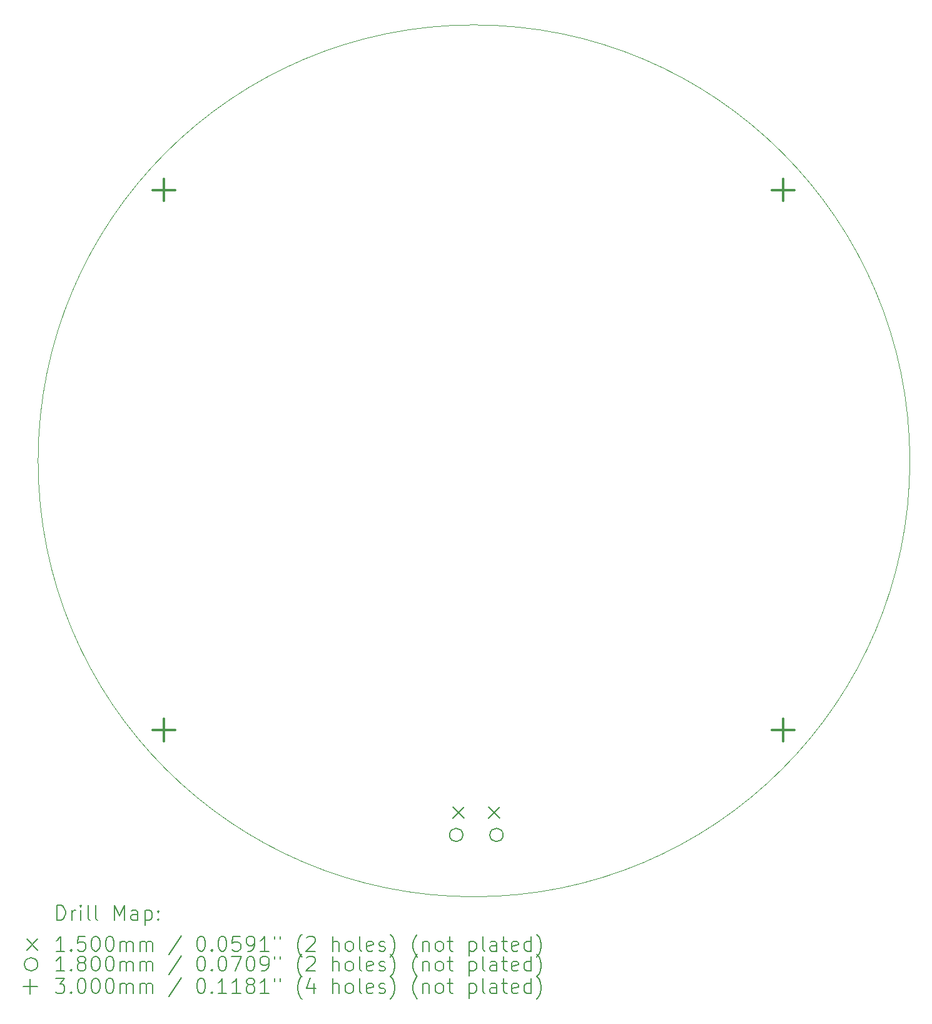
<source format=gbr>
%TF.GenerationSoftware,KiCad,Pcbnew,8.0.2*%
%TF.CreationDate,2024-09-20T16:54:03+02:00*%
%TF.ProjectId,liberocan1,6c696265-726f-4636-916e-312e6b696361,v1.2*%
%TF.SameCoordinates,Original*%
%TF.FileFunction,Drillmap*%
%TF.FilePolarity,Positive*%
%FSLAX45Y45*%
G04 Gerber Fmt 4.5, Leading zero omitted, Abs format (unit mm)*
G04 Created by KiCad (PCBNEW 8.0.2) date 2024-09-20 16:54:03*
%MOMM*%
%LPD*%
G01*
G04 APERTURE LIST*
%ADD10C,0.100000*%
%ADD11C,0.200000*%
%ADD12C,0.150000*%
%ADD13C,0.180000*%
%ADD14C,0.300000*%
G04 APERTURE END LIST*
D10*
X21081500Y-9436000D02*
G75*
G02*
X9281500Y-9436000I-5900000J0D01*
G01*
X9281500Y-9436000D02*
G75*
G02*
X21081500Y-9436000I5900000J0D01*
G01*
D11*
D12*
X14896000Y-14121500D02*
X15046000Y-14271500D01*
X15046000Y-14121500D02*
X14896000Y-14271500D01*
X15381000Y-14121500D02*
X15531000Y-14271500D01*
X15531000Y-14121500D02*
X15381000Y-14271500D01*
D13*
X15031000Y-14499500D02*
G75*
G02*
X14851000Y-14499500I-90000J0D01*
G01*
X14851000Y-14499500D02*
G75*
G02*
X15031000Y-14499500I90000J0D01*
G01*
X15576000Y-14499500D02*
G75*
G02*
X15396000Y-14499500I-90000J0D01*
G01*
X15396000Y-14499500D02*
G75*
G02*
X15576000Y-14499500I90000J0D01*
G01*
D14*
X10985500Y-5619000D02*
X10985500Y-5919000D01*
X10835500Y-5769000D02*
X11135500Y-5769000D01*
X10985500Y-12931000D02*
X10985500Y-13231000D01*
X10835500Y-13081000D02*
X11135500Y-13081000D01*
X19367500Y-5619000D02*
X19367500Y-5919000D01*
X19217500Y-5769000D02*
X19517500Y-5769000D01*
X19367500Y-12931000D02*
X19367500Y-13231000D01*
X19217500Y-13081000D02*
X19517500Y-13081000D01*
D11*
X9537277Y-15652484D02*
X9537277Y-15452484D01*
X9537277Y-15452484D02*
X9584896Y-15452484D01*
X9584896Y-15452484D02*
X9613467Y-15462008D01*
X9613467Y-15462008D02*
X9632515Y-15481055D01*
X9632515Y-15481055D02*
X9642039Y-15500103D01*
X9642039Y-15500103D02*
X9651563Y-15538198D01*
X9651563Y-15538198D02*
X9651563Y-15566769D01*
X9651563Y-15566769D02*
X9642039Y-15604865D01*
X9642039Y-15604865D02*
X9632515Y-15623912D01*
X9632515Y-15623912D02*
X9613467Y-15642960D01*
X9613467Y-15642960D02*
X9584896Y-15652484D01*
X9584896Y-15652484D02*
X9537277Y-15652484D01*
X9737277Y-15652484D02*
X9737277Y-15519150D01*
X9737277Y-15557246D02*
X9746801Y-15538198D01*
X9746801Y-15538198D02*
X9756324Y-15528674D01*
X9756324Y-15528674D02*
X9775372Y-15519150D01*
X9775372Y-15519150D02*
X9794420Y-15519150D01*
X9861086Y-15652484D02*
X9861086Y-15519150D01*
X9861086Y-15452484D02*
X9851563Y-15462008D01*
X9851563Y-15462008D02*
X9861086Y-15471531D01*
X9861086Y-15471531D02*
X9870610Y-15462008D01*
X9870610Y-15462008D02*
X9861086Y-15452484D01*
X9861086Y-15452484D02*
X9861086Y-15471531D01*
X9984896Y-15652484D02*
X9965848Y-15642960D01*
X9965848Y-15642960D02*
X9956324Y-15623912D01*
X9956324Y-15623912D02*
X9956324Y-15452484D01*
X10089658Y-15652484D02*
X10070610Y-15642960D01*
X10070610Y-15642960D02*
X10061086Y-15623912D01*
X10061086Y-15623912D02*
X10061086Y-15452484D01*
X10318229Y-15652484D02*
X10318229Y-15452484D01*
X10318229Y-15452484D02*
X10384896Y-15595341D01*
X10384896Y-15595341D02*
X10451563Y-15452484D01*
X10451563Y-15452484D02*
X10451563Y-15652484D01*
X10632515Y-15652484D02*
X10632515Y-15547722D01*
X10632515Y-15547722D02*
X10622991Y-15528674D01*
X10622991Y-15528674D02*
X10603944Y-15519150D01*
X10603944Y-15519150D02*
X10565848Y-15519150D01*
X10565848Y-15519150D02*
X10546801Y-15528674D01*
X10632515Y-15642960D02*
X10613467Y-15652484D01*
X10613467Y-15652484D02*
X10565848Y-15652484D01*
X10565848Y-15652484D02*
X10546801Y-15642960D01*
X10546801Y-15642960D02*
X10537277Y-15623912D01*
X10537277Y-15623912D02*
X10537277Y-15604865D01*
X10537277Y-15604865D02*
X10546801Y-15585817D01*
X10546801Y-15585817D02*
X10565848Y-15576293D01*
X10565848Y-15576293D02*
X10613467Y-15576293D01*
X10613467Y-15576293D02*
X10632515Y-15566769D01*
X10727753Y-15519150D02*
X10727753Y-15719150D01*
X10727753Y-15528674D02*
X10746801Y-15519150D01*
X10746801Y-15519150D02*
X10784896Y-15519150D01*
X10784896Y-15519150D02*
X10803944Y-15528674D01*
X10803944Y-15528674D02*
X10813467Y-15538198D01*
X10813467Y-15538198D02*
X10822991Y-15557246D01*
X10822991Y-15557246D02*
X10822991Y-15614388D01*
X10822991Y-15614388D02*
X10813467Y-15633436D01*
X10813467Y-15633436D02*
X10803944Y-15642960D01*
X10803944Y-15642960D02*
X10784896Y-15652484D01*
X10784896Y-15652484D02*
X10746801Y-15652484D01*
X10746801Y-15652484D02*
X10727753Y-15642960D01*
X10908705Y-15633436D02*
X10918229Y-15642960D01*
X10918229Y-15642960D02*
X10908705Y-15652484D01*
X10908705Y-15652484D02*
X10899182Y-15642960D01*
X10899182Y-15642960D02*
X10908705Y-15633436D01*
X10908705Y-15633436D02*
X10908705Y-15652484D01*
X10908705Y-15528674D02*
X10918229Y-15538198D01*
X10918229Y-15538198D02*
X10908705Y-15547722D01*
X10908705Y-15547722D02*
X10899182Y-15538198D01*
X10899182Y-15538198D02*
X10908705Y-15528674D01*
X10908705Y-15528674D02*
X10908705Y-15547722D01*
D12*
X9126500Y-15906000D02*
X9276500Y-16056000D01*
X9276500Y-15906000D02*
X9126500Y-16056000D01*
D11*
X9642039Y-16072484D02*
X9527753Y-16072484D01*
X9584896Y-16072484D02*
X9584896Y-15872484D01*
X9584896Y-15872484D02*
X9565848Y-15901055D01*
X9565848Y-15901055D02*
X9546801Y-15920103D01*
X9546801Y-15920103D02*
X9527753Y-15929627D01*
X9727753Y-16053436D02*
X9737277Y-16062960D01*
X9737277Y-16062960D02*
X9727753Y-16072484D01*
X9727753Y-16072484D02*
X9718229Y-16062960D01*
X9718229Y-16062960D02*
X9727753Y-16053436D01*
X9727753Y-16053436D02*
X9727753Y-16072484D01*
X9918229Y-15872484D02*
X9822991Y-15872484D01*
X9822991Y-15872484D02*
X9813467Y-15967722D01*
X9813467Y-15967722D02*
X9822991Y-15958198D01*
X9822991Y-15958198D02*
X9842039Y-15948674D01*
X9842039Y-15948674D02*
X9889658Y-15948674D01*
X9889658Y-15948674D02*
X9908705Y-15958198D01*
X9908705Y-15958198D02*
X9918229Y-15967722D01*
X9918229Y-15967722D02*
X9927753Y-15986769D01*
X9927753Y-15986769D02*
X9927753Y-16034388D01*
X9927753Y-16034388D02*
X9918229Y-16053436D01*
X9918229Y-16053436D02*
X9908705Y-16062960D01*
X9908705Y-16062960D02*
X9889658Y-16072484D01*
X9889658Y-16072484D02*
X9842039Y-16072484D01*
X9842039Y-16072484D02*
X9822991Y-16062960D01*
X9822991Y-16062960D02*
X9813467Y-16053436D01*
X10051563Y-15872484D02*
X10070610Y-15872484D01*
X10070610Y-15872484D02*
X10089658Y-15882008D01*
X10089658Y-15882008D02*
X10099182Y-15891531D01*
X10099182Y-15891531D02*
X10108705Y-15910579D01*
X10108705Y-15910579D02*
X10118229Y-15948674D01*
X10118229Y-15948674D02*
X10118229Y-15996293D01*
X10118229Y-15996293D02*
X10108705Y-16034388D01*
X10108705Y-16034388D02*
X10099182Y-16053436D01*
X10099182Y-16053436D02*
X10089658Y-16062960D01*
X10089658Y-16062960D02*
X10070610Y-16072484D01*
X10070610Y-16072484D02*
X10051563Y-16072484D01*
X10051563Y-16072484D02*
X10032515Y-16062960D01*
X10032515Y-16062960D02*
X10022991Y-16053436D01*
X10022991Y-16053436D02*
X10013467Y-16034388D01*
X10013467Y-16034388D02*
X10003944Y-15996293D01*
X10003944Y-15996293D02*
X10003944Y-15948674D01*
X10003944Y-15948674D02*
X10013467Y-15910579D01*
X10013467Y-15910579D02*
X10022991Y-15891531D01*
X10022991Y-15891531D02*
X10032515Y-15882008D01*
X10032515Y-15882008D02*
X10051563Y-15872484D01*
X10242039Y-15872484D02*
X10261086Y-15872484D01*
X10261086Y-15872484D02*
X10280134Y-15882008D01*
X10280134Y-15882008D02*
X10289658Y-15891531D01*
X10289658Y-15891531D02*
X10299182Y-15910579D01*
X10299182Y-15910579D02*
X10308705Y-15948674D01*
X10308705Y-15948674D02*
X10308705Y-15996293D01*
X10308705Y-15996293D02*
X10299182Y-16034388D01*
X10299182Y-16034388D02*
X10289658Y-16053436D01*
X10289658Y-16053436D02*
X10280134Y-16062960D01*
X10280134Y-16062960D02*
X10261086Y-16072484D01*
X10261086Y-16072484D02*
X10242039Y-16072484D01*
X10242039Y-16072484D02*
X10222991Y-16062960D01*
X10222991Y-16062960D02*
X10213467Y-16053436D01*
X10213467Y-16053436D02*
X10203944Y-16034388D01*
X10203944Y-16034388D02*
X10194420Y-15996293D01*
X10194420Y-15996293D02*
X10194420Y-15948674D01*
X10194420Y-15948674D02*
X10203944Y-15910579D01*
X10203944Y-15910579D02*
X10213467Y-15891531D01*
X10213467Y-15891531D02*
X10222991Y-15882008D01*
X10222991Y-15882008D02*
X10242039Y-15872484D01*
X10394420Y-16072484D02*
X10394420Y-15939150D01*
X10394420Y-15958198D02*
X10403944Y-15948674D01*
X10403944Y-15948674D02*
X10422991Y-15939150D01*
X10422991Y-15939150D02*
X10451563Y-15939150D01*
X10451563Y-15939150D02*
X10470610Y-15948674D01*
X10470610Y-15948674D02*
X10480134Y-15967722D01*
X10480134Y-15967722D02*
X10480134Y-16072484D01*
X10480134Y-15967722D02*
X10489658Y-15948674D01*
X10489658Y-15948674D02*
X10508705Y-15939150D01*
X10508705Y-15939150D02*
X10537277Y-15939150D01*
X10537277Y-15939150D02*
X10556325Y-15948674D01*
X10556325Y-15948674D02*
X10565848Y-15967722D01*
X10565848Y-15967722D02*
X10565848Y-16072484D01*
X10661086Y-16072484D02*
X10661086Y-15939150D01*
X10661086Y-15958198D02*
X10670610Y-15948674D01*
X10670610Y-15948674D02*
X10689658Y-15939150D01*
X10689658Y-15939150D02*
X10718229Y-15939150D01*
X10718229Y-15939150D02*
X10737277Y-15948674D01*
X10737277Y-15948674D02*
X10746801Y-15967722D01*
X10746801Y-15967722D02*
X10746801Y-16072484D01*
X10746801Y-15967722D02*
X10756325Y-15948674D01*
X10756325Y-15948674D02*
X10775372Y-15939150D01*
X10775372Y-15939150D02*
X10803944Y-15939150D01*
X10803944Y-15939150D02*
X10822991Y-15948674D01*
X10822991Y-15948674D02*
X10832515Y-15967722D01*
X10832515Y-15967722D02*
X10832515Y-16072484D01*
X11222991Y-15862960D02*
X11051563Y-16120103D01*
X11480134Y-15872484D02*
X11499182Y-15872484D01*
X11499182Y-15872484D02*
X11518229Y-15882008D01*
X11518229Y-15882008D02*
X11527753Y-15891531D01*
X11527753Y-15891531D02*
X11537277Y-15910579D01*
X11537277Y-15910579D02*
X11546801Y-15948674D01*
X11546801Y-15948674D02*
X11546801Y-15996293D01*
X11546801Y-15996293D02*
X11537277Y-16034388D01*
X11537277Y-16034388D02*
X11527753Y-16053436D01*
X11527753Y-16053436D02*
X11518229Y-16062960D01*
X11518229Y-16062960D02*
X11499182Y-16072484D01*
X11499182Y-16072484D02*
X11480134Y-16072484D01*
X11480134Y-16072484D02*
X11461086Y-16062960D01*
X11461086Y-16062960D02*
X11451563Y-16053436D01*
X11451563Y-16053436D02*
X11442039Y-16034388D01*
X11442039Y-16034388D02*
X11432515Y-15996293D01*
X11432515Y-15996293D02*
X11432515Y-15948674D01*
X11432515Y-15948674D02*
X11442039Y-15910579D01*
X11442039Y-15910579D02*
X11451563Y-15891531D01*
X11451563Y-15891531D02*
X11461086Y-15882008D01*
X11461086Y-15882008D02*
X11480134Y-15872484D01*
X11632515Y-16053436D02*
X11642039Y-16062960D01*
X11642039Y-16062960D02*
X11632515Y-16072484D01*
X11632515Y-16072484D02*
X11622991Y-16062960D01*
X11622991Y-16062960D02*
X11632515Y-16053436D01*
X11632515Y-16053436D02*
X11632515Y-16072484D01*
X11765848Y-15872484D02*
X11784896Y-15872484D01*
X11784896Y-15872484D02*
X11803944Y-15882008D01*
X11803944Y-15882008D02*
X11813467Y-15891531D01*
X11813467Y-15891531D02*
X11822991Y-15910579D01*
X11822991Y-15910579D02*
X11832515Y-15948674D01*
X11832515Y-15948674D02*
X11832515Y-15996293D01*
X11832515Y-15996293D02*
X11822991Y-16034388D01*
X11822991Y-16034388D02*
X11813467Y-16053436D01*
X11813467Y-16053436D02*
X11803944Y-16062960D01*
X11803944Y-16062960D02*
X11784896Y-16072484D01*
X11784896Y-16072484D02*
X11765848Y-16072484D01*
X11765848Y-16072484D02*
X11746801Y-16062960D01*
X11746801Y-16062960D02*
X11737277Y-16053436D01*
X11737277Y-16053436D02*
X11727753Y-16034388D01*
X11727753Y-16034388D02*
X11718229Y-15996293D01*
X11718229Y-15996293D02*
X11718229Y-15948674D01*
X11718229Y-15948674D02*
X11727753Y-15910579D01*
X11727753Y-15910579D02*
X11737277Y-15891531D01*
X11737277Y-15891531D02*
X11746801Y-15882008D01*
X11746801Y-15882008D02*
X11765848Y-15872484D01*
X12013467Y-15872484D02*
X11918229Y-15872484D01*
X11918229Y-15872484D02*
X11908706Y-15967722D01*
X11908706Y-15967722D02*
X11918229Y-15958198D01*
X11918229Y-15958198D02*
X11937277Y-15948674D01*
X11937277Y-15948674D02*
X11984896Y-15948674D01*
X11984896Y-15948674D02*
X12003944Y-15958198D01*
X12003944Y-15958198D02*
X12013467Y-15967722D01*
X12013467Y-15967722D02*
X12022991Y-15986769D01*
X12022991Y-15986769D02*
X12022991Y-16034388D01*
X12022991Y-16034388D02*
X12013467Y-16053436D01*
X12013467Y-16053436D02*
X12003944Y-16062960D01*
X12003944Y-16062960D02*
X11984896Y-16072484D01*
X11984896Y-16072484D02*
X11937277Y-16072484D01*
X11937277Y-16072484D02*
X11918229Y-16062960D01*
X11918229Y-16062960D02*
X11908706Y-16053436D01*
X12118229Y-16072484D02*
X12156325Y-16072484D01*
X12156325Y-16072484D02*
X12175372Y-16062960D01*
X12175372Y-16062960D02*
X12184896Y-16053436D01*
X12184896Y-16053436D02*
X12203944Y-16024865D01*
X12203944Y-16024865D02*
X12213467Y-15986769D01*
X12213467Y-15986769D02*
X12213467Y-15910579D01*
X12213467Y-15910579D02*
X12203944Y-15891531D01*
X12203944Y-15891531D02*
X12194420Y-15882008D01*
X12194420Y-15882008D02*
X12175372Y-15872484D01*
X12175372Y-15872484D02*
X12137277Y-15872484D01*
X12137277Y-15872484D02*
X12118229Y-15882008D01*
X12118229Y-15882008D02*
X12108706Y-15891531D01*
X12108706Y-15891531D02*
X12099182Y-15910579D01*
X12099182Y-15910579D02*
X12099182Y-15958198D01*
X12099182Y-15958198D02*
X12108706Y-15977246D01*
X12108706Y-15977246D02*
X12118229Y-15986769D01*
X12118229Y-15986769D02*
X12137277Y-15996293D01*
X12137277Y-15996293D02*
X12175372Y-15996293D01*
X12175372Y-15996293D02*
X12194420Y-15986769D01*
X12194420Y-15986769D02*
X12203944Y-15977246D01*
X12203944Y-15977246D02*
X12213467Y-15958198D01*
X12403944Y-16072484D02*
X12289658Y-16072484D01*
X12346801Y-16072484D02*
X12346801Y-15872484D01*
X12346801Y-15872484D02*
X12327753Y-15901055D01*
X12327753Y-15901055D02*
X12308706Y-15920103D01*
X12308706Y-15920103D02*
X12289658Y-15929627D01*
X12480134Y-15872484D02*
X12480134Y-15910579D01*
X12556325Y-15872484D02*
X12556325Y-15910579D01*
X12851563Y-16148674D02*
X12842039Y-16139150D01*
X12842039Y-16139150D02*
X12822991Y-16110579D01*
X12822991Y-16110579D02*
X12813468Y-16091531D01*
X12813468Y-16091531D02*
X12803944Y-16062960D01*
X12803944Y-16062960D02*
X12794420Y-16015341D01*
X12794420Y-16015341D02*
X12794420Y-15977246D01*
X12794420Y-15977246D02*
X12803944Y-15929627D01*
X12803944Y-15929627D02*
X12813468Y-15901055D01*
X12813468Y-15901055D02*
X12822991Y-15882008D01*
X12822991Y-15882008D02*
X12842039Y-15853436D01*
X12842039Y-15853436D02*
X12851563Y-15843912D01*
X12918229Y-15891531D02*
X12927753Y-15882008D01*
X12927753Y-15882008D02*
X12946801Y-15872484D01*
X12946801Y-15872484D02*
X12994420Y-15872484D01*
X12994420Y-15872484D02*
X13013468Y-15882008D01*
X13013468Y-15882008D02*
X13022991Y-15891531D01*
X13022991Y-15891531D02*
X13032515Y-15910579D01*
X13032515Y-15910579D02*
X13032515Y-15929627D01*
X13032515Y-15929627D02*
X13022991Y-15958198D01*
X13022991Y-15958198D02*
X12908706Y-16072484D01*
X12908706Y-16072484D02*
X13032515Y-16072484D01*
X13270610Y-16072484D02*
X13270610Y-15872484D01*
X13356325Y-16072484D02*
X13356325Y-15967722D01*
X13356325Y-15967722D02*
X13346801Y-15948674D01*
X13346801Y-15948674D02*
X13327753Y-15939150D01*
X13327753Y-15939150D02*
X13299182Y-15939150D01*
X13299182Y-15939150D02*
X13280134Y-15948674D01*
X13280134Y-15948674D02*
X13270610Y-15958198D01*
X13480134Y-16072484D02*
X13461087Y-16062960D01*
X13461087Y-16062960D02*
X13451563Y-16053436D01*
X13451563Y-16053436D02*
X13442039Y-16034388D01*
X13442039Y-16034388D02*
X13442039Y-15977246D01*
X13442039Y-15977246D02*
X13451563Y-15958198D01*
X13451563Y-15958198D02*
X13461087Y-15948674D01*
X13461087Y-15948674D02*
X13480134Y-15939150D01*
X13480134Y-15939150D02*
X13508706Y-15939150D01*
X13508706Y-15939150D02*
X13527753Y-15948674D01*
X13527753Y-15948674D02*
X13537277Y-15958198D01*
X13537277Y-15958198D02*
X13546801Y-15977246D01*
X13546801Y-15977246D02*
X13546801Y-16034388D01*
X13546801Y-16034388D02*
X13537277Y-16053436D01*
X13537277Y-16053436D02*
X13527753Y-16062960D01*
X13527753Y-16062960D02*
X13508706Y-16072484D01*
X13508706Y-16072484D02*
X13480134Y-16072484D01*
X13661087Y-16072484D02*
X13642039Y-16062960D01*
X13642039Y-16062960D02*
X13632515Y-16043912D01*
X13632515Y-16043912D02*
X13632515Y-15872484D01*
X13813468Y-16062960D02*
X13794420Y-16072484D01*
X13794420Y-16072484D02*
X13756325Y-16072484D01*
X13756325Y-16072484D02*
X13737277Y-16062960D01*
X13737277Y-16062960D02*
X13727753Y-16043912D01*
X13727753Y-16043912D02*
X13727753Y-15967722D01*
X13727753Y-15967722D02*
X13737277Y-15948674D01*
X13737277Y-15948674D02*
X13756325Y-15939150D01*
X13756325Y-15939150D02*
X13794420Y-15939150D01*
X13794420Y-15939150D02*
X13813468Y-15948674D01*
X13813468Y-15948674D02*
X13822991Y-15967722D01*
X13822991Y-15967722D02*
X13822991Y-15986769D01*
X13822991Y-15986769D02*
X13727753Y-16005817D01*
X13899182Y-16062960D02*
X13918230Y-16072484D01*
X13918230Y-16072484D02*
X13956325Y-16072484D01*
X13956325Y-16072484D02*
X13975372Y-16062960D01*
X13975372Y-16062960D02*
X13984896Y-16043912D01*
X13984896Y-16043912D02*
X13984896Y-16034388D01*
X13984896Y-16034388D02*
X13975372Y-16015341D01*
X13975372Y-16015341D02*
X13956325Y-16005817D01*
X13956325Y-16005817D02*
X13927753Y-16005817D01*
X13927753Y-16005817D02*
X13908706Y-15996293D01*
X13908706Y-15996293D02*
X13899182Y-15977246D01*
X13899182Y-15977246D02*
X13899182Y-15967722D01*
X13899182Y-15967722D02*
X13908706Y-15948674D01*
X13908706Y-15948674D02*
X13927753Y-15939150D01*
X13927753Y-15939150D02*
X13956325Y-15939150D01*
X13956325Y-15939150D02*
X13975372Y-15948674D01*
X14051563Y-16148674D02*
X14061087Y-16139150D01*
X14061087Y-16139150D02*
X14080134Y-16110579D01*
X14080134Y-16110579D02*
X14089658Y-16091531D01*
X14089658Y-16091531D02*
X14099182Y-16062960D01*
X14099182Y-16062960D02*
X14108706Y-16015341D01*
X14108706Y-16015341D02*
X14108706Y-15977246D01*
X14108706Y-15977246D02*
X14099182Y-15929627D01*
X14099182Y-15929627D02*
X14089658Y-15901055D01*
X14089658Y-15901055D02*
X14080134Y-15882008D01*
X14080134Y-15882008D02*
X14061087Y-15853436D01*
X14061087Y-15853436D02*
X14051563Y-15843912D01*
X14413468Y-16148674D02*
X14403944Y-16139150D01*
X14403944Y-16139150D02*
X14384896Y-16110579D01*
X14384896Y-16110579D02*
X14375372Y-16091531D01*
X14375372Y-16091531D02*
X14365849Y-16062960D01*
X14365849Y-16062960D02*
X14356325Y-16015341D01*
X14356325Y-16015341D02*
X14356325Y-15977246D01*
X14356325Y-15977246D02*
X14365849Y-15929627D01*
X14365849Y-15929627D02*
X14375372Y-15901055D01*
X14375372Y-15901055D02*
X14384896Y-15882008D01*
X14384896Y-15882008D02*
X14403944Y-15853436D01*
X14403944Y-15853436D02*
X14413468Y-15843912D01*
X14489658Y-15939150D02*
X14489658Y-16072484D01*
X14489658Y-15958198D02*
X14499182Y-15948674D01*
X14499182Y-15948674D02*
X14518230Y-15939150D01*
X14518230Y-15939150D02*
X14546801Y-15939150D01*
X14546801Y-15939150D02*
X14565849Y-15948674D01*
X14565849Y-15948674D02*
X14575372Y-15967722D01*
X14575372Y-15967722D02*
X14575372Y-16072484D01*
X14699182Y-16072484D02*
X14680134Y-16062960D01*
X14680134Y-16062960D02*
X14670611Y-16053436D01*
X14670611Y-16053436D02*
X14661087Y-16034388D01*
X14661087Y-16034388D02*
X14661087Y-15977246D01*
X14661087Y-15977246D02*
X14670611Y-15958198D01*
X14670611Y-15958198D02*
X14680134Y-15948674D01*
X14680134Y-15948674D02*
X14699182Y-15939150D01*
X14699182Y-15939150D02*
X14727753Y-15939150D01*
X14727753Y-15939150D02*
X14746801Y-15948674D01*
X14746801Y-15948674D02*
X14756325Y-15958198D01*
X14756325Y-15958198D02*
X14765849Y-15977246D01*
X14765849Y-15977246D02*
X14765849Y-16034388D01*
X14765849Y-16034388D02*
X14756325Y-16053436D01*
X14756325Y-16053436D02*
X14746801Y-16062960D01*
X14746801Y-16062960D02*
X14727753Y-16072484D01*
X14727753Y-16072484D02*
X14699182Y-16072484D01*
X14822992Y-15939150D02*
X14899182Y-15939150D01*
X14851563Y-15872484D02*
X14851563Y-16043912D01*
X14851563Y-16043912D02*
X14861087Y-16062960D01*
X14861087Y-16062960D02*
X14880134Y-16072484D01*
X14880134Y-16072484D02*
X14899182Y-16072484D01*
X15118230Y-15939150D02*
X15118230Y-16139150D01*
X15118230Y-15948674D02*
X15137277Y-15939150D01*
X15137277Y-15939150D02*
X15175373Y-15939150D01*
X15175373Y-15939150D02*
X15194420Y-15948674D01*
X15194420Y-15948674D02*
X15203944Y-15958198D01*
X15203944Y-15958198D02*
X15213468Y-15977246D01*
X15213468Y-15977246D02*
X15213468Y-16034388D01*
X15213468Y-16034388D02*
X15203944Y-16053436D01*
X15203944Y-16053436D02*
X15194420Y-16062960D01*
X15194420Y-16062960D02*
X15175373Y-16072484D01*
X15175373Y-16072484D02*
X15137277Y-16072484D01*
X15137277Y-16072484D02*
X15118230Y-16062960D01*
X15327753Y-16072484D02*
X15308706Y-16062960D01*
X15308706Y-16062960D02*
X15299182Y-16043912D01*
X15299182Y-16043912D02*
X15299182Y-15872484D01*
X15489658Y-16072484D02*
X15489658Y-15967722D01*
X15489658Y-15967722D02*
X15480134Y-15948674D01*
X15480134Y-15948674D02*
X15461087Y-15939150D01*
X15461087Y-15939150D02*
X15422992Y-15939150D01*
X15422992Y-15939150D02*
X15403944Y-15948674D01*
X15489658Y-16062960D02*
X15470611Y-16072484D01*
X15470611Y-16072484D02*
X15422992Y-16072484D01*
X15422992Y-16072484D02*
X15403944Y-16062960D01*
X15403944Y-16062960D02*
X15394420Y-16043912D01*
X15394420Y-16043912D02*
X15394420Y-16024865D01*
X15394420Y-16024865D02*
X15403944Y-16005817D01*
X15403944Y-16005817D02*
X15422992Y-15996293D01*
X15422992Y-15996293D02*
X15470611Y-15996293D01*
X15470611Y-15996293D02*
X15489658Y-15986769D01*
X15556325Y-15939150D02*
X15632515Y-15939150D01*
X15584896Y-15872484D02*
X15584896Y-16043912D01*
X15584896Y-16043912D02*
X15594420Y-16062960D01*
X15594420Y-16062960D02*
X15613468Y-16072484D01*
X15613468Y-16072484D02*
X15632515Y-16072484D01*
X15775373Y-16062960D02*
X15756325Y-16072484D01*
X15756325Y-16072484D02*
X15718230Y-16072484D01*
X15718230Y-16072484D02*
X15699182Y-16062960D01*
X15699182Y-16062960D02*
X15689658Y-16043912D01*
X15689658Y-16043912D02*
X15689658Y-15967722D01*
X15689658Y-15967722D02*
X15699182Y-15948674D01*
X15699182Y-15948674D02*
X15718230Y-15939150D01*
X15718230Y-15939150D02*
X15756325Y-15939150D01*
X15756325Y-15939150D02*
X15775373Y-15948674D01*
X15775373Y-15948674D02*
X15784896Y-15967722D01*
X15784896Y-15967722D02*
X15784896Y-15986769D01*
X15784896Y-15986769D02*
X15689658Y-16005817D01*
X15956325Y-16072484D02*
X15956325Y-15872484D01*
X15956325Y-16062960D02*
X15937277Y-16072484D01*
X15937277Y-16072484D02*
X15899182Y-16072484D01*
X15899182Y-16072484D02*
X15880134Y-16062960D01*
X15880134Y-16062960D02*
X15870611Y-16053436D01*
X15870611Y-16053436D02*
X15861087Y-16034388D01*
X15861087Y-16034388D02*
X15861087Y-15977246D01*
X15861087Y-15977246D02*
X15870611Y-15958198D01*
X15870611Y-15958198D02*
X15880134Y-15948674D01*
X15880134Y-15948674D02*
X15899182Y-15939150D01*
X15899182Y-15939150D02*
X15937277Y-15939150D01*
X15937277Y-15939150D02*
X15956325Y-15948674D01*
X16032515Y-16148674D02*
X16042039Y-16139150D01*
X16042039Y-16139150D02*
X16061087Y-16110579D01*
X16061087Y-16110579D02*
X16070611Y-16091531D01*
X16070611Y-16091531D02*
X16080134Y-16062960D01*
X16080134Y-16062960D02*
X16089658Y-16015341D01*
X16089658Y-16015341D02*
X16089658Y-15977246D01*
X16089658Y-15977246D02*
X16080134Y-15929627D01*
X16080134Y-15929627D02*
X16070611Y-15901055D01*
X16070611Y-15901055D02*
X16061087Y-15882008D01*
X16061087Y-15882008D02*
X16042039Y-15853436D01*
X16042039Y-15853436D02*
X16032515Y-15843912D01*
D13*
X9276500Y-16251000D02*
G75*
G02*
X9096500Y-16251000I-90000J0D01*
G01*
X9096500Y-16251000D02*
G75*
G02*
X9276500Y-16251000I90000J0D01*
G01*
D11*
X9642039Y-16342484D02*
X9527753Y-16342484D01*
X9584896Y-16342484D02*
X9584896Y-16142484D01*
X9584896Y-16142484D02*
X9565848Y-16171055D01*
X9565848Y-16171055D02*
X9546801Y-16190103D01*
X9546801Y-16190103D02*
X9527753Y-16199627D01*
X9727753Y-16323436D02*
X9737277Y-16332960D01*
X9737277Y-16332960D02*
X9727753Y-16342484D01*
X9727753Y-16342484D02*
X9718229Y-16332960D01*
X9718229Y-16332960D02*
X9727753Y-16323436D01*
X9727753Y-16323436D02*
X9727753Y-16342484D01*
X9851563Y-16228198D02*
X9832515Y-16218674D01*
X9832515Y-16218674D02*
X9822991Y-16209150D01*
X9822991Y-16209150D02*
X9813467Y-16190103D01*
X9813467Y-16190103D02*
X9813467Y-16180579D01*
X9813467Y-16180579D02*
X9822991Y-16161531D01*
X9822991Y-16161531D02*
X9832515Y-16152008D01*
X9832515Y-16152008D02*
X9851563Y-16142484D01*
X9851563Y-16142484D02*
X9889658Y-16142484D01*
X9889658Y-16142484D02*
X9908705Y-16152008D01*
X9908705Y-16152008D02*
X9918229Y-16161531D01*
X9918229Y-16161531D02*
X9927753Y-16180579D01*
X9927753Y-16180579D02*
X9927753Y-16190103D01*
X9927753Y-16190103D02*
X9918229Y-16209150D01*
X9918229Y-16209150D02*
X9908705Y-16218674D01*
X9908705Y-16218674D02*
X9889658Y-16228198D01*
X9889658Y-16228198D02*
X9851563Y-16228198D01*
X9851563Y-16228198D02*
X9832515Y-16237722D01*
X9832515Y-16237722D02*
X9822991Y-16247246D01*
X9822991Y-16247246D02*
X9813467Y-16266293D01*
X9813467Y-16266293D02*
X9813467Y-16304388D01*
X9813467Y-16304388D02*
X9822991Y-16323436D01*
X9822991Y-16323436D02*
X9832515Y-16332960D01*
X9832515Y-16332960D02*
X9851563Y-16342484D01*
X9851563Y-16342484D02*
X9889658Y-16342484D01*
X9889658Y-16342484D02*
X9908705Y-16332960D01*
X9908705Y-16332960D02*
X9918229Y-16323436D01*
X9918229Y-16323436D02*
X9927753Y-16304388D01*
X9927753Y-16304388D02*
X9927753Y-16266293D01*
X9927753Y-16266293D02*
X9918229Y-16247246D01*
X9918229Y-16247246D02*
X9908705Y-16237722D01*
X9908705Y-16237722D02*
X9889658Y-16228198D01*
X10051563Y-16142484D02*
X10070610Y-16142484D01*
X10070610Y-16142484D02*
X10089658Y-16152008D01*
X10089658Y-16152008D02*
X10099182Y-16161531D01*
X10099182Y-16161531D02*
X10108705Y-16180579D01*
X10108705Y-16180579D02*
X10118229Y-16218674D01*
X10118229Y-16218674D02*
X10118229Y-16266293D01*
X10118229Y-16266293D02*
X10108705Y-16304388D01*
X10108705Y-16304388D02*
X10099182Y-16323436D01*
X10099182Y-16323436D02*
X10089658Y-16332960D01*
X10089658Y-16332960D02*
X10070610Y-16342484D01*
X10070610Y-16342484D02*
X10051563Y-16342484D01*
X10051563Y-16342484D02*
X10032515Y-16332960D01*
X10032515Y-16332960D02*
X10022991Y-16323436D01*
X10022991Y-16323436D02*
X10013467Y-16304388D01*
X10013467Y-16304388D02*
X10003944Y-16266293D01*
X10003944Y-16266293D02*
X10003944Y-16218674D01*
X10003944Y-16218674D02*
X10013467Y-16180579D01*
X10013467Y-16180579D02*
X10022991Y-16161531D01*
X10022991Y-16161531D02*
X10032515Y-16152008D01*
X10032515Y-16152008D02*
X10051563Y-16142484D01*
X10242039Y-16142484D02*
X10261086Y-16142484D01*
X10261086Y-16142484D02*
X10280134Y-16152008D01*
X10280134Y-16152008D02*
X10289658Y-16161531D01*
X10289658Y-16161531D02*
X10299182Y-16180579D01*
X10299182Y-16180579D02*
X10308705Y-16218674D01*
X10308705Y-16218674D02*
X10308705Y-16266293D01*
X10308705Y-16266293D02*
X10299182Y-16304388D01*
X10299182Y-16304388D02*
X10289658Y-16323436D01*
X10289658Y-16323436D02*
X10280134Y-16332960D01*
X10280134Y-16332960D02*
X10261086Y-16342484D01*
X10261086Y-16342484D02*
X10242039Y-16342484D01*
X10242039Y-16342484D02*
X10222991Y-16332960D01*
X10222991Y-16332960D02*
X10213467Y-16323436D01*
X10213467Y-16323436D02*
X10203944Y-16304388D01*
X10203944Y-16304388D02*
X10194420Y-16266293D01*
X10194420Y-16266293D02*
X10194420Y-16218674D01*
X10194420Y-16218674D02*
X10203944Y-16180579D01*
X10203944Y-16180579D02*
X10213467Y-16161531D01*
X10213467Y-16161531D02*
X10222991Y-16152008D01*
X10222991Y-16152008D02*
X10242039Y-16142484D01*
X10394420Y-16342484D02*
X10394420Y-16209150D01*
X10394420Y-16228198D02*
X10403944Y-16218674D01*
X10403944Y-16218674D02*
X10422991Y-16209150D01*
X10422991Y-16209150D02*
X10451563Y-16209150D01*
X10451563Y-16209150D02*
X10470610Y-16218674D01*
X10470610Y-16218674D02*
X10480134Y-16237722D01*
X10480134Y-16237722D02*
X10480134Y-16342484D01*
X10480134Y-16237722D02*
X10489658Y-16218674D01*
X10489658Y-16218674D02*
X10508705Y-16209150D01*
X10508705Y-16209150D02*
X10537277Y-16209150D01*
X10537277Y-16209150D02*
X10556325Y-16218674D01*
X10556325Y-16218674D02*
X10565848Y-16237722D01*
X10565848Y-16237722D02*
X10565848Y-16342484D01*
X10661086Y-16342484D02*
X10661086Y-16209150D01*
X10661086Y-16228198D02*
X10670610Y-16218674D01*
X10670610Y-16218674D02*
X10689658Y-16209150D01*
X10689658Y-16209150D02*
X10718229Y-16209150D01*
X10718229Y-16209150D02*
X10737277Y-16218674D01*
X10737277Y-16218674D02*
X10746801Y-16237722D01*
X10746801Y-16237722D02*
X10746801Y-16342484D01*
X10746801Y-16237722D02*
X10756325Y-16218674D01*
X10756325Y-16218674D02*
X10775372Y-16209150D01*
X10775372Y-16209150D02*
X10803944Y-16209150D01*
X10803944Y-16209150D02*
X10822991Y-16218674D01*
X10822991Y-16218674D02*
X10832515Y-16237722D01*
X10832515Y-16237722D02*
X10832515Y-16342484D01*
X11222991Y-16132960D02*
X11051563Y-16390103D01*
X11480134Y-16142484D02*
X11499182Y-16142484D01*
X11499182Y-16142484D02*
X11518229Y-16152008D01*
X11518229Y-16152008D02*
X11527753Y-16161531D01*
X11527753Y-16161531D02*
X11537277Y-16180579D01*
X11537277Y-16180579D02*
X11546801Y-16218674D01*
X11546801Y-16218674D02*
X11546801Y-16266293D01*
X11546801Y-16266293D02*
X11537277Y-16304388D01*
X11537277Y-16304388D02*
X11527753Y-16323436D01*
X11527753Y-16323436D02*
X11518229Y-16332960D01*
X11518229Y-16332960D02*
X11499182Y-16342484D01*
X11499182Y-16342484D02*
X11480134Y-16342484D01*
X11480134Y-16342484D02*
X11461086Y-16332960D01*
X11461086Y-16332960D02*
X11451563Y-16323436D01*
X11451563Y-16323436D02*
X11442039Y-16304388D01*
X11442039Y-16304388D02*
X11432515Y-16266293D01*
X11432515Y-16266293D02*
X11432515Y-16218674D01*
X11432515Y-16218674D02*
X11442039Y-16180579D01*
X11442039Y-16180579D02*
X11451563Y-16161531D01*
X11451563Y-16161531D02*
X11461086Y-16152008D01*
X11461086Y-16152008D02*
X11480134Y-16142484D01*
X11632515Y-16323436D02*
X11642039Y-16332960D01*
X11642039Y-16332960D02*
X11632515Y-16342484D01*
X11632515Y-16342484D02*
X11622991Y-16332960D01*
X11622991Y-16332960D02*
X11632515Y-16323436D01*
X11632515Y-16323436D02*
X11632515Y-16342484D01*
X11765848Y-16142484D02*
X11784896Y-16142484D01*
X11784896Y-16142484D02*
X11803944Y-16152008D01*
X11803944Y-16152008D02*
X11813467Y-16161531D01*
X11813467Y-16161531D02*
X11822991Y-16180579D01*
X11822991Y-16180579D02*
X11832515Y-16218674D01*
X11832515Y-16218674D02*
X11832515Y-16266293D01*
X11832515Y-16266293D02*
X11822991Y-16304388D01*
X11822991Y-16304388D02*
X11813467Y-16323436D01*
X11813467Y-16323436D02*
X11803944Y-16332960D01*
X11803944Y-16332960D02*
X11784896Y-16342484D01*
X11784896Y-16342484D02*
X11765848Y-16342484D01*
X11765848Y-16342484D02*
X11746801Y-16332960D01*
X11746801Y-16332960D02*
X11737277Y-16323436D01*
X11737277Y-16323436D02*
X11727753Y-16304388D01*
X11727753Y-16304388D02*
X11718229Y-16266293D01*
X11718229Y-16266293D02*
X11718229Y-16218674D01*
X11718229Y-16218674D02*
X11727753Y-16180579D01*
X11727753Y-16180579D02*
X11737277Y-16161531D01*
X11737277Y-16161531D02*
X11746801Y-16152008D01*
X11746801Y-16152008D02*
X11765848Y-16142484D01*
X11899182Y-16142484D02*
X12032515Y-16142484D01*
X12032515Y-16142484D02*
X11946801Y-16342484D01*
X12146801Y-16142484D02*
X12165848Y-16142484D01*
X12165848Y-16142484D02*
X12184896Y-16152008D01*
X12184896Y-16152008D02*
X12194420Y-16161531D01*
X12194420Y-16161531D02*
X12203944Y-16180579D01*
X12203944Y-16180579D02*
X12213467Y-16218674D01*
X12213467Y-16218674D02*
X12213467Y-16266293D01*
X12213467Y-16266293D02*
X12203944Y-16304388D01*
X12203944Y-16304388D02*
X12194420Y-16323436D01*
X12194420Y-16323436D02*
X12184896Y-16332960D01*
X12184896Y-16332960D02*
X12165848Y-16342484D01*
X12165848Y-16342484D02*
X12146801Y-16342484D01*
X12146801Y-16342484D02*
X12127753Y-16332960D01*
X12127753Y-16332960D02*
X12118229Y-16323436D01*
X12118229Y-16323436D02*
X12108706Y-16304388D01*
X12108706Y-16304388D02*
X12099182Y-16266293D01*
X12099182Y-16266293D02*
X12099182Y-16218674D01*
X12099182Y-16218674D02*
X12108706Y-16180579D01*
X12108706Y-16180579D02*
X12118229Y-16161531D01*
X12118229Y-16161531D02*
X12127753Y-16152008D01*
X12127753Y-16152008D02*
X12146801Y-16142484D01*
X12308706Y-16342484D02*
X12346801Y-16342484D01*
X12346801Y-16342484D02*
X12365848Y-16332960D01*
X12365848Y-16332960D02*
X12375372Y-16323436D01*
X12375372Y-16323436D02*
X12394420Y-16294865D01*
X12394420Y-16294865D02*
X12403944Y-16256769D01*
X12403944Y-16256769D02*
X12403944Y-16180579D01*
X12403944Y-16180579D02*
X12394420Y-16161531D01*
X12394420Y-16161531D02*
X12384896Y-16152008D01*
X12384896Y-16152008D02*
X12365848Y-16142484D01*
X12365848Y-16142484D02*
X12327753Y-16142484D01*
X12327753Y-16142484D02*
X12308706Y-16152008D01*
X12308706Y-16152008D02*
X12299182Y-16161531D01*
X12299182Y-16161531D02*
X12289658Y-16180579D01*
X12289658Y-16180579D02*
X12289658Y-16228198D01*
X12289658Y-16228198D02*
X12299182Y-16247246D01*
X12299182Y-16247246D02*
X12308706Y-16256769D01*
X12308706Y-16256769D02*
X12327753Y-16266293D01*
X12327753Y-16266293D02*
X12365848Y-16266293D01*
X12365848Y-16266293D02*
X12384896Y-16256769D01*
X12384896Y-16256769D02*
X12394420Y-16247246D01*
X12394420Y-16247246D02*
X12403944Y-16228198D01*
X12480134Y-16142484D02*
X12480134Y-16180579D01*
X12556325Y-16142484D02*
X12556325Y-16180579D01*
X12851563Y-16418674D02*
X12842039Y-16409150D01*
X12842039Y-16409150D02*
X12822991Y-16380579D01*
X12822991Y-16380579D02*
X12813468Y-16361531D01*
X12813468Y-16361531D02*
X12803944Y-16332960D01*
X12803944Y-16332960D02*
X12794420Y-16285341D01*
X12794420Y-16285341D02*
X12794420Y-16247246D01*
X12794420Y-16247246D02*
X12803944Y-16199627D01*
X12803944Y-16199627D02*
X12813468Y-16171055D01*
X12813468Y-16171055D02*
X12822991Y-16152008D01*
X12822991Y-16152008D02*
X12842039Y-16123436D01*
X12842039Y-16123436D02*
X12851563Y-16113912D01*
X12918229Y-16161531D02*
X12927753Y-16152008D01*
X12927753Y-16152008D02*
X12946801Y-16142484D01*
X12946801Y-16142484D02*
X12994420Y-16142484D01*
X12994420Y-16142484D02*
X13013468Y-16152008D01*
X13013468Y-16152008D02*
X13022991Y-16161531D01*
X13022991Y-16161531D02*
X13032515Y-16180579D01*
X13032515Y-16180579D02*
X13032515Y-16199627D01*
X13032515Y-16199627D02*
X13022991Y-16228198D01*
X13022991Y-16228198D02*
X12908706Y-16342484D01*
X12908706Y-16342484D02*
X13032515Y-16342484D01*
X13270610Y-16342484D02*
X13270610Y-16142484D01*
X13356325Y-16342484D02*
X13356325Y-16237722D01*
X13356325Y-16237722D02*
X13346801Y-16218674D01*
X13346801Y-16218674D02*
X13327753Y-16209150D01*
X13327753Y-16209150D02*
X13299182Y-16209150D01*
X13299182Y-16209150D02*
X13280134Y-16218674D01*
X13280134Y-16218674D02*
X13270610Y-16228198D01*
X13480134Y-16342484D02*
X13461087Y-16332960D01*
X13461087Y-16332960D02*
X13451563Y-16323436D01*
X13451563Y-16323436D02*
X13442039Y-16304388D01*
X13442039Y-16304388D02*
X13442039Y-16247246D01*
X13442039Y-16247246D02*
X13451563Y-16228198D01*
X13451563Y-16228198D02*
X13461087Y-16218674D01*
X13461087Y-16218674D02*
X13480134Y-16209150D01*
X13480134Y-16209150D02*
X13508706Y-16209150D01*
X13508706Y-16209150D02*
X13527753Y-16218674D01*
X13527753Y-16218674D02*
X13537277Y-16228198D01*
X13537277Y-16228198D02*
X13546801Y-16247246D01*
X13546801Y-16247246D02*
X13546801Y-16304388D01*
X13546801Y-16304388D02*
X13537277Y-16323436D01*
X13537277Y-16323436D02*
X13527753Y-16332960D01*
X13527753Y-16332960D02*
X13508706Y-16342484D01*
X13508706Y-16342484D02*
X13480134Y-16342484D01*
X13661087Y-16342484D02*
X13642039Y-16332960D01*
X13642039Y-16332960D02*
X13632515Y-16313912D01*
X13632515Y-16313912D02*
X13632515Y-16142484D01*
X13813468Y-16332960D02*
X13794420Y-16342484D01*
X13794420Y-16342484D02*
X13756325Y-16342484D01*
X13756325Y-16342484D02*
X13737277Y-16332960D01*
X13737277Y-16332960D02*
X13727753Y-16313912D01*
X13727753Y-16313912D02*
X13727753Y-16237722D01*
X13727753Y-16237722D02*
X13737277Y-16218674D01*
X13737277Y-16218674D02*
X13756325Y-16209150D01*
X13756325Y-16209150D02*
X13794420Y-16209150D01*
X13794420Y-16209150D02*
X13813468Y-16218674D01*
X13813468Y-16218674D02*
X13822991Y-16237722D01*
X13822991Y-16237722D02*
X13822991Y-16256769D01*
X13822991Y-16256769D02*
X13727753Y-16275817D01*
X13899182Y-16332960D02*
X13918230Y-16342484D01*
X13918230Y-16342484D02*
X13956325Y-16342484D01*
X13956325Y-16342484D02*
X13975372Y-16332960D01*
X13975372Y-16332960D02*
X13984896Y-16313912D01*
X13984896Y-16313912D02*
X13984896Y-16304388D01*
X13984896Y-16304388D02*
X13975372Y-16285341D01*
X13975372Y-16285341D02*
X13956325Y-16275817D01*
X13956325Y-16275817D02*
X13927753Y-16275817D01*
X13927753Y-16275817D02*
X13908706Y-16266293D01*
X13908706Y-16266293D02*
X13899182Y-16247246D01*
X13899182Y-16247246D02*
X13899182Y-16237722D01*
X13899182Y-16237722D02*
X13908706Y-16218674D01*
X13908706Y-16218674D02*
X13927753Y-16209150D01*
X13927753Y-16209150D02*
X13956325Y-16209150D01*
X13956325Y-16209150D02*
X13975372Y-16218674D01*
X14051563Y-16418674D02*
X14061087Y-16409150D01*
X14061087Y-16409150D02*
X14080134Y-16380579D01*
X14080134Y-16380579D02*
X14089658Y-16361531D01*
X14089658Y-16361531D02*
X14099182Y-16332960D01*
X14099182Y-16332960D02*
X14108706Y-16285341D01*
X14108706Y-16285341D02*
X14108706Y-16247246D01*
X14108706Y-16247246D02*
X14099182Y-16199627D01*
X14099182Y-16199627D02*
X14089658Y-16171055D01*
X14089658Y-16171055D02*
X14080134Y-16152008D01*
X14080134Y-16152008D02*
X14061087Y-16123436D01*
X14061087Y-16123436D02*
X14051563Y-16113912D01*
X14413468Y-16418674D02*
X14403944Y-16409150D01*
X14403944Y-16409150D02*
X14384896Y-16380579D01*
X14384896Y-16380579D02*
X14375372Y-16361531D01*
X14375372Y-16361531D02*
X14365849Y-16332960D01*
X14365849Y-16332960D02*
X14356325Y-16285341D01*
X14356325Y-16285341D02*
X14356325Y-16247246D01*
X14356325Y-16247246D02*
X14365849Y-16199627D01*
X14365849Y-16199627D02*
X14375372Y-16171055D01*
X14375372Y-16171055D02*
X14384896Y-16152008D01*
X14384896Y-16152008D02*
X14403944Y-16123436D01*
X14403944Y-16123436D02*
X14413468Y-16113912D01*
X14489658Y-16209150D02*
X14489658Y-16342484D01*
X14489658Y-16228198D02*
X14499182Y-16218674D01*
X14499182Y-16218674D02*
X14518230Y-16209150D01*
X14518230Y-16209150D02*
X14546801Y-16209150D01*
X14546801Y-16209150D02*
X14565849Y-16218674D01*
X14565849Y-16218674D02*
X14575372Y-16237722D01*
X14575372Y-16237722D02*
X14575372Y-16342484D01*
X14699182Y-16342484D02*
X14680134Y-16332960D01*
X14680134Y-16332960D02*
X14670611Y-16323436D01*
X14670611Y-16323436D02*
X14661087Y-16304388D01*
X14661087Y-16304388D02*
X14661087Y-16247246D01*
X14661087Y-16247246D02*
X14670611Y-16228198D01*
X14670611Y-16228198D02*
X14680134Y-16218674D01*
X14680134Y-16218674D02*
X14699182Y-16209150D01*
X14699182Y-16209150D02*
X14727753Y-16209150D01*
X14727753Y-16209150D02*
X14746801Y-16218674D01*
X14746801Y-16218674D02*
X14756325Y-16228198D01*
X14756325Y-16228198D02*
X14765849Y-16247246D01*
X14765849Y-16247246D02*
X14765849Y-16304388D01*
X14765849Y-16304388D02*
X14756325Y-16323436D01*
X14756325Y-16323436D02*
X14746801Y-16332960D01*
X14746801Y-16332960D02*
X14727753Y-16342484D01*
X14727753Y-16342484D02*
X14699182Y-16342484D01*
X14822992Y-16209150D02*
X14899182Y-16209150D01*
X14851563Y-16142484D02*
X14851563Y-16313912D01*
X14851563Y-16313912D02*
X14861087Y-16332960D01*
X14861087Y-16332960D02*
X14880134Y-16342484D01*
X14880134Y-16342484D02*
X14899182Y-16342484D01*
X15118230Y-16209150D02*
X15118230Y-16409150D01*
X15118230Y-16218674D02*
X15137277Y-16209150D01*
X15137277Y-16209150D02*
X15175373Y-16209150D01*
X15175373Y-16209150D02*
X15194420Y-16218674D01*
X15194420Y-16218674D02*
X15203944Y-16228198D01*
X15203944Y-16228198D02*
X15213468Y-16247246D01*
X15213468Y-16247246D02*
X15213468Y-16304388D01*
X15213468Y-16304388D02*
X15203944Y-16323436D01*
X15203944Y-16323436D02*
X15194420Y-16332960D01*
X15194420Y-16332960D02*
X15175373Y-16342484D01*
X15175373Y-16342484D02*
X15137277Y-16342484D01*
X15137277Y-16342484D02*
X15118230Y-16332960D01*
X15327753Y-16342484D02*
X15308706Y-16332960D01*
X15308706Y-16332960D02*
X15299182Y-16313912D01*
X15299182Y-16313912D02*
X15299182Y-16142484D01*
X15489658Y-16342484D02*
X15489658Y-16237722D01*
X15489658Y-16237722D02*
X15480134Y-16218674D01*
X15480134Y-16218674D02*
X15461087Y-16209150D01*
X15461087Y-16209150D02*
X15422992Y-16209150D01*
X15422992Y-16209150D02*
X15403944Y-16218674D01*
X15489658Y-16332960D02*
X15470611Y-16342484D01*
X15470611Y-16342484D02*
X15422992Y-16342484D01*
X15422992Y-16342484D02*
X15403944Y-16332960D01*
X15403944Y-16332960D02*
X15394420Y-16313912D01*
X15394420Y-16313912D02*
X15394420Y-16294865D01*
X15394420Y-16294865D02*
X15403944Y-16275817D01*
X15403944Y-16275817D02*
X15422992Y-16266293D01*
X15422992Y-16266293D02*
X15470611Y-16266293D01*
X15470611Y-16266293D02*
X15489658Y-16256769D01*
X15556325Y-16209150D02*
X15632515Y-16209150D01*
X15584896Y-16142484D02*
X15584896Y-16313912D01*
X15584896Y-16313912D02*
X15594420Y-16332960D01*
X15594420Y-16332960D02*
X15613468Y-16342484D01*
X15613468Y-16342484D02*
X15632515Y-16342484D01*
X15775373Y-16332960D02*
X15756325Y-16342484D01*
X15756325Y-16342484D02*
X15718230Y-16342484D01*
X15718230Y-16342484D02*
X15699182Y-16332960D01*
X15699182Y-16332960D02*
X15689658Y-16313912D01*
X15689658Y-16313912D02*
X15689658Y-16237722D01*
X15689658Y-16237722D02*
X15699182Y-16218674D01*
X15699182Y-16218674D02*
X15718230Y-16209150D01*
X15718230Y-16209150D02*
X15756325Y-16209150D01*
X15756325Y-16209150D02*
X15775373Y-16218674D01*
X15775373Y-16218674D02*
X15784896Y-16237722D01*
X15784896Y-16237722D02*
X15784896Y-16256769D01*
X15784896Y-16256769D02*
X15689658Y-16275817D01*
X15956325Y-16342484D02*
X15956325Y-16142484D01*
X15956325Y-16332960D02*
X15937277Y-16342484D01*
X15937277Y-16342484D02*
X15899182Y-16342484D01*
X15899182Y-16342484D02*
X15880134Y-16332960D01*
X15880134Y-16332960D02*
X15870611Y-16323436D01*
X15870611Y-16323436D02*
X15861087Y-16304388D01*
X15861087Y-16304388D02*
X15861087Y-16247246D01*
X15861087Y-16247246D02*
X15870611Y-16228198D01*
X15870611Y-16228198D02*
X15880134Y-16218674D01*
X15880134Y-16218674D02*
X15899182Y-16209150D01*
X15899182Y-16209150D02*
X15937277Y-16209150D01*
X15937277Y-16209150D02*
X15956325Y-16218674D01*
X16032515Y-16418674D02*
X16042039Y-16409150D01*
X16042039Y-16409150D02*
X16061087Y-16380579D01*
X16061087Y-16380579D02*
X16070611Y-16361531D01*
X16070611Y-16361531D02*
X16080134Y-16332960D01*
X16080134Y-16332960D02*
X16089658Y-16285341D01*
X16089658Y-16285341D02*
X16089658Y-16247246D01*
X16089658Y-16247246D02*
X16080134Y-16199627D01*
X16080134Y-16199627D02*
X16070611Y-16171055D01*
X16070611Y-16171055D02*
X16061087Y-16152008D01*
X16061087Y-16152008D02*
X16042039Y-16123436D01*
X16042039Y-16123436D02*
X16032515Y-16113912D01*
X9176500Y-16451000D02*
X9176500Y-16651000D01*
X9076500Y-16551000D02*
X9276500Y-16551000D01*
X9518229Y-16442484D02*
X9642039Y-16442484D01*
X9642039Y-16442484D02*
X9575372Y-16518674D01*
X9575372Y-16518674D02*
X9603944Y-16518674D01*
X9603944Y-16518674D02*
X9622991Y-16528198D01*
X9622991Y-16528198D02*
X9632515Y-16537722D01*
X9632515Y-16537722D02*
X9642039Y-16556769D01*
X9642039Y-16556769D02*
X9642039Y-16604388D01*
X9642039Y-16604388D02*
X9632515Y-16623436D01*
X9632515Y-16623436D02*
X9622991Y-16632960D01*
X9622991Y-16632960D02*
X9603944Y-16642484D01*
X9603944Y-16642484D02*
X9546801Y-16642484D01*
X9546801Y-16642484D02*
X9527753Y-16632960D01*
X9527753Y-16632960D02*
X9518229Y-16623436D01*
X9727753Y-16623436D02*
X9737277Y-16632960D01*
X9737277Y-16632960D02*
X9727753Y-16642484D01*
X9727753Y-16642484D02*
X9718229Y-16632960D01*
X9718229Y-16632960D02*
X9727753Y-16623436D01*
X9727753Y-16623436D02*
X9727753Y-16642484D01*
X9861086Y-16442484D02*
X9880134Y-16442484D01*
X9880134Y-16442484D02*
X9899182Y-16452008D01*
X9899182Y-16452008D02*
X9908705Y-16461531D01*
X9908705Y-16461531D02*
X9918229Y-16480579D01*
X9918229Y-16480579D02*
X9927753Y-16518674D01*
X9927753Y-16518674D02*
X9927753Y-16566293D01*
X9927753Y-16566293D02*
X9918229Y-16604388D01*
X9918229Y-16604388D02*
X9908705Y-16623436D01*
X9908705Y-16623436D02*
X9899182Y-16632960D01*
X9899182Y-16632960D02*
X9880134Y-16642484D01*
X9880134Y-16642484D02*
X9861086Y-16642484D01*
X9861086Y-16642484D02*
X9842039Y-16632960D01*
X9842039Y-16632960D02*
X9832515Y-16623436D01*
X9832515Y-16623436D02*
X9822991Y-16604388D01*
X9822991Y-16604388D02*
X9813467Y-16566293D01*
X9813467Y-16566293D02*
X9813467Y-16518674D01*
X9813467Y-16518674D02*
X9822991Y-16480579D01*
X9822991Y-16480579D02*
X9832515Y-16461531D01*
X9832515Y-16461531D02*
X9842039Y-16452008D01*
X9842039Y-16452008D02*
X9861086Y-16442484D01*
X10051563Y-16442484D02*
X10070610Y-16442484D01*
X10070610Y-16442484D02*
X10089658Y-16452008D01*
X10089658Y-16452008D02*
X10099182Y-16461531D01*
X10099182Y-16461531D02*
X10108705Y-16480579D01*
X10108705Y-16480579D02*
X10118229Y-16518674D01*
X10118229Y-16518674D02*
X10118229Y-16566293D01*
X10118229Y-16566293D02*
X10108705Y-16604388D01*
X10108705Y-16604388D02*
X10099182Y-16623436D01*
X10099182Y-16623436D02*
X10089658Y-16632960D01*
X10089658Y-16632960D02*
X10070610Y-16642484D01*
X10070610Y-16642484D02*
X10051563Y-16642484D01*
X10051563Y-16642484D02*
X10032515Y-16632960D01*
X10032515Y-16632960D02*
X10022991Y-16623436D01*
X10022991Y-16623436D02*
X10013467Y-16604388D01*
X10013467Y-16604388D02*
X10003944Y-16566293D01*
X10003944Y-16566293D02*
X10003944Y-16518674D01*
X10003944Y-16518674D02*
X10013467Y-16480579D01*
X10013467Y-16480579D02*
X10022991Y-16461531D01*
X10022991Y-16461531D02*
X10032515Y-16452008D01*
X10032515Y-16452008D02*
X10051563Y-16442484D01*
X10242039Y-16442484D02*
X10261086Y-16442484D01*
X10261086Y-16442484D02*
X10280134Y-16452008D01*
X10280134Y-16452008D02*
X10289658Y-16461531D01*
X10289658Y-16461531D02*
X10299182Y-16480579D01*
X10299182Y-16480579D02*
X10308705Y-16518674D01*
X10308705Y-16518674D02*
X10308705Y-16566293D01*
X10308705Y-16566293D02*
X10299182Y-16604388D01*
X10299182Y-16604388D02*
X10289658Y-16623436D01*
X10289658Y-16623436D02*
X10280134Y-16632960D01*
X10280134Y-16632960D02*
X10261086Y-16642484D01*
X10261086Y-16642484D02*
X10242039Y-16642484D01*
X10242039Y-16642484D02*
X10222991Y-16632960D01*
X10222991Y-16632960D02*
X10213467Y-16623436D01*
X10213467Y-16623436D02*
X10203944Y-16604388D01*
X10203944Y-16604388D02*
X10194420Y-16566293D01*
X10194420Y-16566293D02*
X10194420Y-16518674D01*
X10194420Y-16518674D02*
X10203944Y-16480579D01*
X10203944Y-16480579D02*
X10213467Y-16461531D01*
X10213467Y-16461531D02*
X10222991Y-16452008D01*
X10222991Y-16452008D02*
X10242039Y-16442484D01*
X10394420Y-16642484D02*
X10394420Y-16509150D01*
X10394420Y-16528198D02*
X10403944Y-16518674D01*
X10403944Y-16518674D02*
X10422991Y-16509150D01*
X10422991Y-16509150D02*
X10451563Y-16509150D01*
X10451563Y-16509150D02*
X10470610Y-16518674D01*
X10470610Y-16518674D02*
X10480134Y-16537722D01*
X10480134Y-16537722D02*
X10480134Y-16642484D01*
X10480134Y-16537722D02*
X10489658Y-16518674D01*
X10489658Y-16518674D02*
X10508705Y-16509150D01*
X10508705Y-16509150D02*
X10537277Y-16509150D01*
X10537277Y-16509150D02*
X10556325Y-16518674D01*
X10556325Y-16518674D02*
X10565848Y-16537722D01*
X10565848Y-16537722D02*
X10565848Y-16642484D01*
X10661086Y-16642484D02*
X10661086Y-16509150D01*
X10661086Y-16528198D02*
X10670610Y-16518674D01*
X10670610Y-16518674D02*
X10689658Y-16509150D01*
X10689658Y-16509150D02*
X10718229Y-16509150D01*
X10718229Y-16509150D02*
X10737277Y-16518674D01*
X10737277Y-16518674D02*
X10746801Y-16537722D01*
X10746801Y-16537722D02*
X10746801Y-16642484D01*
X10746801Y-16537722D02*
X10756325Y-16518674D01*
X10756325Y-16518674D02*
X10775372Y-16509150D01*
X10775372Y-16509150D02*
X10803944Y-16509150D01*
X10803944Y-16509150D02*
X10822991Y-16518674D01*
X10822991Y-16518674D02*
X10832515Y-16537722D01*
X10832515Y-16537722D02*
X10832515Y-16642484D01*
X11222991Y-16432960D02*
X11051563Y-16690103D01*
X11480134Y-16442484D02*
X11499182Y-16442484D01*
X11499182Y-16442484D02*
X11518229Y-16452008D01*
X11518229Y-16452008D02*
X11527753Y-16461531D01*
X11527753Y-16461531D02*
X11537277Y-16480579D01*
X11537277Y-16480579D02*
X11546801Y-16518674D01*
X11546801Y-16518674D02*
X11546801Y-16566293D01*
X11546801Y-16566293D02*
X11537277Y-16604388D01*
X11537277Y-16604388D02*
X11527753Y-16623436D01*
X11527753Y-16623436D02*
X11518229Y-16632960D01*
X11518229Y-16632960D02*
X11499182Y-16642484D01*
X11499182Y-16642484D02*
X11480134Y-16642484D01*
X11480134Y-16642484D02*
X11461086Y-16632960D01*
X11461086Y-16632960D02*
X11451563Y-16623436D01*
X11451563Y-16623436D02*
X11442039Y-16604388D01*
X11442039Y-16604388D02*
X11432515Y-16566293D01*
X11432515Y-16566293D02*
X11432515Y-16518674D01*
X11432515Y-16518674D02*
X11442039Y-16480579D01*
X11442039Y-16480579D02*
X11451563Y-16461531D01*
X11451563Y-16461531D02*
X11461086Y-16452008D01*
X11461086Y-16452008D02*
X11480134Y-16442484D01*
X11632515Y-16623436D02*
X11642039Y-16632960D01*
X11642039Y-16632960D02*
X11632515Y-16642484D01*
X11632515Y-16642484D02*
X11622991Y-16632960D01*
X11622991Y-16632960D02*
X11632515Y-16623436D01*
X11632515Y-16623436D02*
X11632515Y-16642484D01*
X11832515Y-16642484D02*
X11718229Y-16642484D01*
X11775372Y-16642484D02*
X11775372Y-16442484D01*
X11775372Y-16442484D02*
X11756325Y-16471055D01*
X11756325Y-16471055D02*
X11737277Y-16490103D01*
X11737277Y-16490103D02*
X11718229Y-16499627D01*
X12022991Y-16642484D02*
X11908706Y-16642484D01*
X11965848Y-16642484D02*
X11965848Y-16442484D01*
X11965848Y-16442484D02*
X11946801Y-16471055D01*
X11946801Y-16471055D02*
X11927753Y-16490103D01*
X11927753Y-16490103D02*
X11908706Y-16499627D01*
X12137277Y-16528198D02*
X12118229Y-16518674D01*
X12118229Y-16518674D02*
X12108706Y-16509150D01*
X12108706Y-16509150D02*
X12099182Y-16490103D01*
X12099182Y-16490103D02*
X12099182Y-16480579D01*
X12099182Y-16480579D02*
X12108706Y-16461531D01*
X12108706Y-16461531D02*
X12118229Y-16452008D01*
X12118229Y-16452008D02*
X12137277Y-16442484D01*
X12137277Y-16442484D02*
X12175372Y-16442484D01*
X12175372Y-16442484D02*
X12194420Y-16452008D01*
X12194420Y-16452008D02*
X12203944Y-16461531D01*
X12203944Y-16461531D02*
X12213467Y-16480579D01*
X12213467Y-16480579D02*
X12213467Y-16490103D01*
X12213467Y-16490103D02*
X12203944Y-16509150D01*
X12203944Y-16509150D02*
X12194420Y-16518674D01*
X12194420Y-16518674D02*
X12175372Y-16528198D01*
X12175372Y-16528198D02*
X12137277Y-16528198D01*
X12137277Y-16528198D02*
X12118229Y-16537722D01*
X12118229Y-16537722D02*
X12108706Y-16547246D01*
X12108706Y-16547246D02*
X12099182Y-16566293D01*
X12099182Y-16566293D02*
X12099182Y-16604388D01*
X12099182Y-16604388D02*
X12108706Y-16623436D01*
X12108706Y-16623436D02*
X12118229Y-16632960D01*
X12118229Y-16632960D02*
X12137277Y-16642484D01*
X12137277Y-16642484D02*
X12175372Y-16642484D01*
X12175372Y-16642484D02*
X12194420Y-16632960D01*
X12194420Y-16632960D02*
X12203944Y-16623436D01*
X12203944Y-16623436D02*
X12213467Y-16604388D01*
X12213467Y-16604388D02*
X12213467Y-16566293D01*
X12213467Y-16566293D02*
X12203944Y-16547246D01*
X12203944Y-16547246D02*
X12194420Y-16537722D01*
X12194420Y-16537722D02*
X12175372Y-16528198D01*
X12403944Y-16642484D02*
X12289658Y-16642484D01*
X12346801Y-16642484D02*
X12346801Y-16442484D01*
X12346801Y-16442484D02*
X12327753Y-16471055D01*
X12327753Y-16471055D02*
X12308706Y-16490103D01*
X12308706Y-16490103D02*
X12289658Y-16499627D01*
X12480134Y-16442484D02*
X12480134Y-16480579D01*
X12556325Y-16442484D02*
X12556325Y-16480579D01*
X12851563Y-16718674D02*
X12842039Y-16709150D01*
X12842039Y-16709150D02*
X12822991Y-16680579D01*
X12822991Y-16680579D02*
X12813468Y-16661531D01*
X12813468Y-16661531D02*
X12803944Y-16632960D01*
X12803944Y-16632960D02*
X12794420Y-16585341D01*
X12794420Y-16585341D02*
X12794420Y-16547246D01*
X12794420Y-16547246D02*
X12803944Y-16499627D01*
X12803944Y-16499627D02*
X12813468Y-16471055D01*
X12813468Y-16471055D02*
X12822991Y-16452008D01*
X12822991Y-16452008D02*
X12842039Y-16423436D01*
X12842039Y-16423436D02*
X12851563Y-16413912D01*
X13013468Y-16509150D02*
X13013468Y-16642484D01*
X12965848Y-16432960D02*
X12918229Y-16575817D01*
X12918229Y-16575817D02*
X13042039Y-16575817D01*
X13270610Y-16642484D02*
X13270610Y-16442484D01*
X13356325Y-16642484D02*
X13356325Y-16537722D01*
X13356325Y-16537722D02*
X13346801Y-16518674D01*
X13346801Y-16518674D02*
X13327753Y-16509150D01*
X13327753Y-16509150D02*
X13299182Y-16509150D01*
X13299182Y-16509150D02*
X13280134Y-16518674D01*
X13280134Y-16518674D02*
X13270610Y-16528198D01*
X13480134Y-16642484D02*
X13461087Y-16632960D01*
X13461087Y-16632960D02*
X13451563Y-16623436D01*
X13451563Y-16623436D02*
X13442039Y-16604388D01*
X13442039Y-16604388D02*
X13442039Y-16547246D01*
X13442039Y-16547246D02*
X13451563Y-16528198D01*
X13451563Y-16528198D02*
X13461087Y-16518674D01*
X13461087Y-16518674D02*
X13480134Y-16509150D01*
X13480134Y-16509150D02*
X13508706Y-16509150D01*
X13508706Y-16509150D02*
X13527753Y-16518674D01*
X13527753Y-16518674D02*
X13537277Y-16528198D01*
X13537277Y-16528198D02*
X13546801Y-16547246D01*
X13546801Y-16547246D02*
X13546801Y-16604388D01*
X13546801Y-16604388D02*
X13537277Y-16623436D01*
X13537277Y-16623436D02*
X13527753Y-16632960D01*
X13527753Y-16632960D02*
X13508706Y-16642484D01*
X13508706Y-16642484D02*
X13480134Y-16642484D01*
X13661087Y-16642484D02*
X13642039Y-16632960D01*
X13642039Y-16632960D02*
X13632515Y-16613912D01*
X13632515Y-16613912D02*
X13632515Y-16442484D01*
X13813468Y-16632960D02*
X13794420Y-16642484D01*
X13794420Y-16642484D02*
X13756325Y-16642484D01*
X13756325Y-16642484D02*
X13737277Y-16632960D01*
X13737277Y-16632960D02*
X13727753Y-16613912D01*
X13727753Y-16613912D02*
X13727753Y-16537722D01*
X13727753Y-16537722D02*
X13737277Y-16518674D01*
X13737277Y-16518674D02*
X13756325Y-16509150D01*
X13756325Y-16509150D02*
X13794420Y-16509150D01*
X13794420Y-16509150D02*
X13813468Y-16518674D01*
X13813468Y-16518674D02*
X13822991Y-16537722D01*
X13822991Y-16537722D02*
X13822991Y-16556769D01*
X13822991Y-16556769D02*
X13727753Y-16575817D01*
X13899182Y-16632960D02*
X13918230Y-16642484D01*
X13918230Y-16642484D02*
X13956325Y-16642484D01*
X13956325Y-16642484D02*
X13975372Y-16632960D01*
X13975372Y-16632960D02*
X13984896Y-16613912D01*
X13984896Y-16613912D02*
X13984896Y-16604388D01*
X13984896Y-16604388D02*
X13975372Y-16585341D01*
X13975372Y-16585341D02*
X13956325Y-16575817D01*
X13956325Y-16575817D02*
X13927753Y-16575817D01*
X13927753Y-16575817D02*
X13908706Y-16566293D01*
X13908706Y-16566293D02*
X13899182Y-16547246D01*
X13899182Y-16547246D02*
X13899182Y-16537722D01*
X13899182Y-16537722D02*
X13908706Y-16518674D01*
X13908706Y-16518674D02*
X13927753Y-16509150D01*
X13927753Y-16509150D02*
X13956325Y-16509150D01*
X13956325Y-16509150D02*
X13975372Y-16518674D01*
X14051563Y-16718674D02*
X14061087Y-16709150D01*
X14061087Y-16709150D02*
X14080134Y-16680579D01*
X14080134Y-16680579D02*
X14089658Y-16661531D01*
X14089658Y-16661531D02*
X14099182Y-16632960D01*
X14099182Y-16632960D02*
X14108706Y-16585341D01*
X14108706Y-16585341D02*
X14108706Y-16547246D01*
X14108706Y-16547246D02*
X14099182Y-16499627D01*
X14099182Y-16499627D02*
X14089658Y-16471055D01*
X14089658Y-16471055D02*
X14080134Y-16452008D01*
X14080134Y-16452008D02*
X14061087Y-16423436D01*
X14061087Y-16423436D02*
X14051563Y-16413912D01*
X14413468Y-16718674D02*
X14403944Y-16709150D01*
X14403944Y-16709150D02*
X14384896Y-16680579D01*
X14384896Y-16680579D02*
X14375372Y-16661531D01*
X14375372Y-16661531D02*
X14365849Y-16632960D01*
X14365849Y-16632960D02*
X14356325Y-16585341D01*
X14356325Y-16585341D02*
X14356325Y-16547246D01*
X14356325Y-16547246D02*
X14365849Y-16499627D01*
X14365849Y-16499627D02*
X14375372Y-16471055D01*
X14375372Y-16471055D02*
X14384896Y-16452008D01*
X14384896Y-16452008D02*
X14403944Y-16423436D01*
X14403944Y-16423436D02*
X14413468Y-16413912D01*
X14489658Y-16509150D02*
X14489658Y-16642484D01*
X14489658Y-16528198D02*
X14499182Y-16518674D01*
X14499182Y-16518674D02*
X14518230Y-16509150D01*
X14518230Y-16509150D02*
X14546801Y-16509150D01*
X14546801Y-16509150D02*
X14565849Y-16518674D01*
X14565849Y-16518674D02*
X14575372Y-16537722D01*
X14575372Y-16537722D02*
X14575372Y-16642484D01*
X14699182Y-16642484D02*
X14680134Y-16632960D01*
X14680134Y-16632960D02*
X14670611Y-16623436D01*
X14670611Y-16623436D02*
X14661087Y-16604388D01*
X14661087Y-16604388D02*
X14661087Y-16547246D01*
X14661087Y-16547246D02*
X14670611Y-16528198D01*
X14670611Y-16528198D02*
X14680134Y-16518674D01*
X14680134Y-16518674D02*
X14699182Y-16509150D01*
X14699182Y-16509150D02*
X14727753Y-16509150D01*
X14727753Y-16509150D02*
X14746801Y-16518674D01*
X14746801Y-16518674D02*
X14756325Y-16528198D01*
X14756325Y-16528198D02*
X14765849Y-16547246D01*
X14765849Y-16547246D02*
X14765849Y-16604388D01*
X14765849Y-16604388D02*
X14756325Y-16623436D01*
X14756325Y-16623436D02*
X14746801Y-16632960D01*
X14746801Y-16632960D02*
X14727753Y-16642484D01*
X14727753Y-16642484D02*
X14699182Y-16642484D01*
X14822992Y-16509150D02*
X14899182Y-16509150D01*
X14851563Y-16442484D02*
X14851563Y-16613912D01*
X14851563Y-16613912D02*
X14861087Y-16632960D01*
X14861087Y-16632960D02*
X14880134Y-16642484D01*
X14880134Y-16642484D02*
X14899182Y-16642484D01*
X15118230Y-16509150D02*
X15118230Y-16709150D01*
X15118230Y-16518674D02*
X15137277Y-16509150D01*
X15137277Y-16509150D02*
X15175373Y-16509150D01*
X15175373Y-16509150D02*
X15194420Y-16518674D01*
X15194420Y-16518674D02*
X15203944Y-16528198D01*
X15203944Y-16528198D02*
X15213468Y-16547246D01*
X15213468Y-16547246D02*
X15213468Y-16604388D01*
X15213468Y-16604388D02*
X15203944Y-16623436D01*
X15203944Y-16623436D02*
X15194420Y-16632960D01*
X15194420Y-16632960D02*
X15175373Y-16642484D01*
X15175373Y-16642484D02*
X15137277Y-16642484D01*
X15137277Y-16642484D02*
X15118230Y-16632960D01*
X15327753Y-16642484D02*
X15308706Y-16632960D01*
X15308706Y-16632960D02*
X15299182Y-16613912D01*
X15299182Y-16613912D02*
X15299182Y-16442484D01*
X15489658Y-16642484D02*
X15489658Y-16537722D01*
X15489658Y-16537722D02*
X15480134Y-16518674D01*
X15480134Y-16518674D02*
X15461087Y-16509150D01*
X15461087Y-16509150D02*
X15422992Y-16509150D01*
X15422992Y-16509150D02*
X15403944Y-16518674D01*
X15489658Y-16632960D02*
X15470611Y-16642484D01*
X15470611Y-16642484D02*
X15422992Y-16642484D01*
X15422992Y-16642484D02*
X15403944Y-16632960D01*
X15403944Y-16632960D02*
X15394420Y-16613912D01*
X15394420Y-16613912D02*
X15394420Y-16594865D01*
X15394420Y-16594865D02*
X15403944Y-16575817D01*
X15403944Y-16575817D02*
X15422992Y-16566293D01*
X15422992Y-16566293D02*
X15470611Y-16566293D01*
X15470611Y-16566293D02*
X15489658Y-16556769D01*
X15556325Y-16509150D02*
X15632515Y-16509150D01*
X15584896Y-16442484D02*
X15584896Y-16613912D01*
X15584896Y-16613912D02*
X15594420Y-16632960D01*
X15594420Y-16632960D02*
X15613468Y-16642484D01*
X15613468Y-16642484D02*
X15632515Y-16642484D01*
X15775373Y-16632960D02*
X15756325Y-16642484D01*
X15756325Y-16642484D02*
X15718230Y-16642484D01*
X15718230Y-16642484D02*
X15699182Y-16632960D01*
X15699182Y-16632960D02*
X15689658Y-16613912D01*
X15689658Y-16613912D02*
X15689658Y-16537722D01*
X15689658Y-16537722D02*
X15699182Y-16518674D01*
X15699182Y-16518674D02*
X15718230Y-16509150D01*
X15718230Y-16509150D02*
X15756325Y-16509150D01*
X15756325Y-16509150D02*
X15775373Y-16518674D01*
X15775373Y-16518674D02*
X15784896Y-16537722D01*
X15784896Y-16537722D02*
X15784896Y-16556769D01*
X15784896Y-16556769D02*
X15689658Y-16575817D01*
X15956325Y-16642484D02*
X15956325Y-16442484D01*
X15956325Y-16632960D02*
X15937277Y-16642484D01*
X15937277Y-16642484D02*
X15899182Y-16642484D01*
X15899182Y-16642484D02*
X15880134Y-16632960D01*
X15880134Y-16632960D02*
X15870611Y-16623436D01*
X15870611Y-16623436D02*
X15861087Y-16604388D01*
X15861087Y-16604388D02*
X15861087Y-16547246D01*
X15861087Y-16547246D02*
X15870611Y-16528198D01*
X15870611Y-16528198D02*
X15880134Y-16518674D01*
X15880134Y-16518674D02*
X15899182Y-16509150D01*
X15899182Y-16509150D02*
X15937277Y-16509150D01*
X15937277Y-16509150D02*
X15956325Y-16518674D01*
X16032515Y-16718674D02*
X16042039Y-16709150D01*
X16042039Y-16709150D02*
X16061087Y-16680579D01*
X16061087Y-16680579D02*
X16070611Y-16661531D01*
X16070611Y-16661531D02*
X16080134Y-16632960D01*
X16080134Y-16632960D02*
X16089658Y-16585341D01*
X16089658Y-16585341D02*
X16089658Y-16547246D01*
X16089658Y-16547246D02*
X16080134Y-16499627D01*
X16080134Y-16499627D02*
X16070611Y-16471055D01*
X16070611Y-16471055D02*
X16061087Y-16452008D01*
X16061087Y-16452008D02*
X16042039Y-16423436D01*
X16042039Y-16423436D02*
X16032515Y-16413912D01*
M02*

</source>
